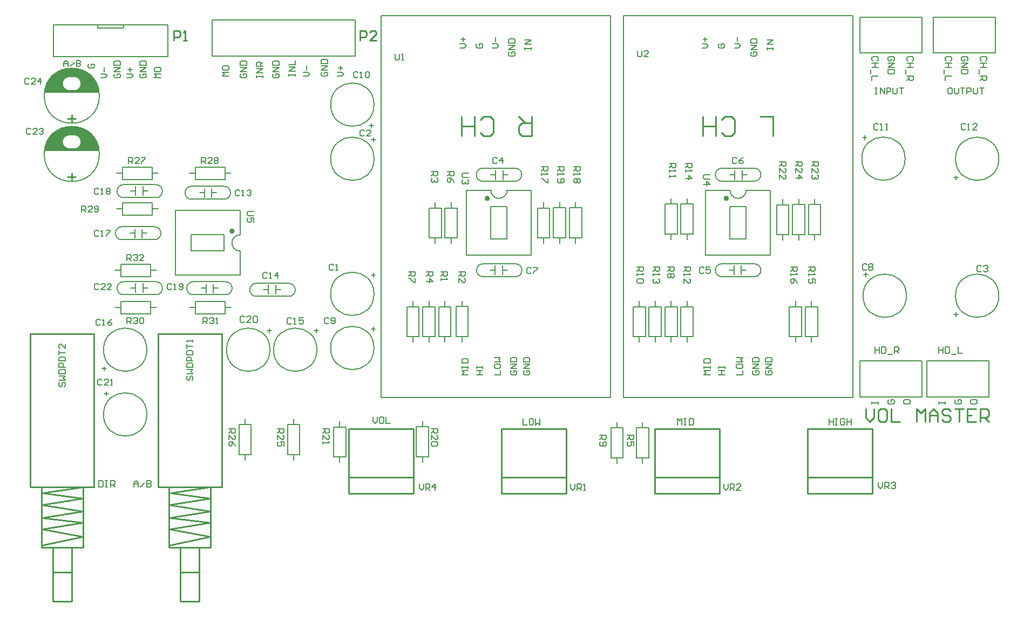
<source format=gto>
G04 Layer_Color=65535*
%FSLAX44Y44*%
%MOMM*%
G71*
G01*
G75*
%ADD32C,0.1778*%
%ADD33C,0.2000*%
%ADD34C,0.3810*%
%ADD35C,0.2540*%
%ADD36C,0.1500*%
%ADD37C,0.1270*%
G36*
X-464820Y520700D02*
X-454660Y513080D01*
X-447040Y502920D01*
X-441960Y488950D01*
X-477520D01*
Y490160D01*
X-476324Y490398D01*
X-475309Y491076D01*
X-472440Y494030D01*
X-472387Y493977D01*
X-470997Y495789D01*
X-470123Y497898D01*
X-469825Y500162D01*
X-469900Y503664D01*
X-469815D01*
X-470152Y505356D01*
X-471110Y506790D01*
X-471110Y506730D01*
X-471348Y507926D01*
X-472025Y508941D01*
X-474980Y511810D01*
X-474920Y511870D01*
X-476354Y512828D01*
X-478046Y513165D01*
X-490964Y513080D01*
Y513165D01*
X-492656Y512828D01*
X-494090Y511870D01*
X-495300Y510540D01*
Y510600D01*
X-496496Y510362D01*
X-497510Y509684D01*
X-499110Y508000D01*
X-499170Y508060D01*
X-500128Y506626D01*
X-500465Y504934D01*
X-500380Y497840D01*
X-491490Y488950D01*
X-528320D01*
X-527050Y494030D01*
X-521970Y505460D01*
X-514350Y514350D01*
X-502920Y521970D01*
X-490220Y525780D01*
X-480060D01*
X-464820Y520700D01*
D02*
G37*
G36*
Y612140D02*
X-454660Y604520D01*
X-447040Y594360D01*
X-441960Y580390D01*
X-477520D01*
Y581600D01*
X-476324Y581838D01*
X-475309Y582515D01*
X-472440Y585470D01*
X-472387Y585417D01*
X-470997Y587229D01*
X-470123Y589338D01*
X-469825Y591602D01*
X-469900Y595104D01*
X-469815D01*
X-470152Y596796D01*
X-471110Y598230D01*
X-471110Y598170D01*
X-471348Y599366D01*
X-472025Y600381D01*
X-474980Y603250D01*
X-474920Y603310D01*
X-476354Y604268D01*
X-478046Y604605D01*
X-490964Y604520D01*
Y604605D01*
X-492656Y604268D01*
X-494090Y603310D01*
X-495300Y601980D01*
Y602040D01*
X-496496Y601802D01*
X-497510Y601124D01*
X-499110Y599440D01*
X-499170Y599500D01*
X-500128Y598066D01*
X-500465Y596374D01*
X-500380Y589280D01*
X-491490Y580390D01*
X-528320D01*
X-527050Y585470D01*
X-521970Y596900D01*
X-514350Y605790D01*
X-502920Y613410D01*
X-490220Y617220D01*
X-480060D01*
X-464820Y612140D01*
D02*
G37*
D32*
X159600Y460160D02*
G03*
X159600Y439840I0J-10160D01*
G01*
X210400D02*
G03*
X210400Y460160I0J10160D01*
G01*
X172312Y425896D02*
G03*
X197700Y425800I12693J-430D01*
G01*
X547312Y425896D02*
G03*
X572700Y425800I12693J-430D01*
G01*
X160000Y310160D02*
G03*
X160000Y289840I0J-10160D01*
G01*
X210800D02*
G03*
X210800Y310160I0J10160D01*
G01*
X585400Y439840D02*
G03*
X585400Y460160I0J10160D01*
G01*
X534600D02*
G03*
X534600Y439840I0J-10160D01*
G01*
Y310160D02*
G03*
X534600Y289840I0J-10160D01*
G01*
X585400D02*
G03*
X585400Y310160I0J10160D01*
G01*
X-403860Y281940D02*
G03*
X-403860Y261620I0J-10160D01*
G01*
X-353060D02*
G03*
X-353060Y281940I0J10160D01*
G01*
X-243840Y261620D02*
G03*
X-243840Y281940I0J10160D01*
G01*
X-294640D02*
G03*
X-294640Y261620I0J-10160D01*
G01*
X-403860Y434340D02*
G03*
X-403860Y414020I0J-10160D01*
G01*
X-353060D02*
G03*
X-353060Y434340I0J10160D01*
G01*
X-355600Y347980D02*
G03*
X-355600Y368300I0J10160D01*
G01*
X-406400D02*
G03*
X-406400Y347980I0J-10160D01*
G01*
X-220884Y355588D02*
G03*
X-220980Y330200I-430J-12693D01*
G01*
X-195580Y279400D02*
G03*
X-195580Y259080I0J-10160D01*
G01*
X-144780D02*
G03*
X-144780Y279400I0J10160D01*
G01*
X-246380Y411480D02*
G03*
X-246380Y431800I0J10160D01*
G01*
X-297180D02*
G03*
X-297180Y411480I0J-10160D01*
G01*
X-441960Y574040D02*
G03*
X-441960Y574040I-43180J0D01*
G01*
Y482600D02*
G03*
X-441960Y482600I-43180J0D01*
G01*
X172300Y450000D02*
X179920D01*
X191350D02*
X198970D01*
X179920Y442380D02*
Y456350D01*
X191350Y442380D02*
Y456350D01*
X159600Y460160D02*
X210400D01*
X159600Y439840D02*
X210400D01*
X245348Y397818D02*
X264652D01*
X245348Y350828D02*
X264652D01*
X245348D02*
Y397818D01*
X255000Y342192D02*
Y350828D01*
X264652D02*
Y397818D01*
X255000D02*
Y406708D01*
X295348Y351082D02*
X314652D01*
X295348Y398072D02*
X314652D01*
Y351082D02*
Y398072D01*
X305000D02*
Y406708D01*
X295348Y351082D02*
Y398072D01*
X305000Y342192D02*
Y351082D01*
X270348D02*
X289652D01*
X270348Y398072D02*
X289652D01*
Y351082D02*
Y398072D01*
X280000D02*
Y406708D01*
X270348Y351082D02*
Y398072D01*
X280000Y342192D02*
Y351082D01*
X55348Y7182D02*
X74652D01*
X55348Y54172D02*
X74652D01*
Y7182D02*
Y54172D01*
X65000D02*
Y62808D01*
X55348Y7182D02*
Y54172D01*
X65000Y-1708D02*
Y7182D01*
X-74652Y53918D02*
X-55348D01*
X-74652Y6928D02*
X-55348D01*
X-74652D02*
Y53918D01*
X-65000Y-1708D02*
Y6928D01*
X-55348D02*
Y53918D01*
X-65000D02*
Y62808D01*
X620348Y402818D02*
X639652D01*
X620348Y355828D02*
X639652D01*
X620348D02*
Y402818D01*
X630000Y347192D02*
Y355828D01*
X639652D02*
Y402818D01*
X630000D02*
Y411708D01*
X670348Y356082D02*
X689652D01*
X670348Y403072D02*
X689652D01*
Y356082D02*
Y403072D01*
X680000D02*
Y411708D01*
X670348Y356082D02*
Y403072D01*
X680000Y347192D02*
Y356082D01*
X645348D02*
X664652D01*
X645348Y403072D02*
X664652D01*
Y356082D02*
Y403072D01*
X655000D02*
Y411708D01*
X645348Y356082D02*
Y403072D01*
X655000Y347192D02*
Y356082D01*
X134200Y425800D02*
X172300D01*
X197954D02*
X235800D01*
X134200Y324200D02*
Y425800D01*
Y324200D02*
X235800D01*
Y425800D01*
X172300Y349092D02*
X197700D01*
X172300D02*
Y400146D01*
X197700D01*
Y349092D02*
Y400146D01*
X509200Y425800D02*
X547300D01*
X572954D02*
X610800D01*
X509200Y324200D02*
Y425800D01*
Y324200D02*
X610800D01*
Y425800D01*
X547300Y349092D02*
X572700D01*
X547300D02*
Y400146D01*
X572700D01*
Y349092D02*
Y400146D01*
X160000Y310160D02*
X210800D01*
X160000Y289840D02*
X210800D01*
X179050Y293650D02*
Y307620D01*
X190480Y293650D02*
Y307620D01*
X171430Y300000D02*
X179050D01*
X190480D02*
X198100D01*
X534600Y439840D02*
X585400D01*
X534600Y460160D02*
X585400D01*
X566350Y442380D02*
Y456350D01*
X554920Y442380D02*
Y456350D01*
X566350Y450000D02*
X573970D01*
X547300D02*
X554920D01*
X100000Y242818D02*
Y251708D01*
X109652Y195828D02*
Y242818D01*
X100000Y187192D02*
Y195828D01*
X90348D02*
Y242818D01*
Y195828D02*
X109652D01*
X90348Y242818D02*
X109652D01*
X127000Y243078D02*
Y251968D01*
X136652Y196088D02*
Y243078D01*
X127000Y187452D02*
Y196088D01*
X117348D02*
Y243078D01*
Y196088D02*
X136652D01*
X117348Y243078D02*
X136652D01*
X85000Y397818D02*
Y406708D01*
X94652Y350828D02*
Y397818D01*
X85000Y342192D02*
Y350828D01*
X75348D02*
Y397818D01*
Y350828D02*
X94652D01*
X75348Y397818D02*
X94652D01*
X75000Y242818D02*
Y251708D01*
X84652Y195828D02*
Y242818D01*
X75000Y187192D02*
Y195828D01*
X65348D02*
Y242818D01*
Y195828D02*
X84652D01*
X65348Y242818D02*
X84652D01*
X410000Y52818D02*
Y61708D01*
X419652Y5828D02*
Y52818D01*
X410000Y-2808D02*
Y5828D01*
X400348D02*
Y52818D01*
Y5828D02*
X419652D01*
X400348Y52818D02*
X419652D01*
X110000Y397818D02*
Y406708D01*
X119652Y350828D02*
Y397818D01*
X110000Y342192D02*
Y350828D01*
X100348D02*
Y397818D01*
Y350828D02*
X119652D01*
X100348Y397818D02*
X119652D01*
X50000Y242818D02*
Y251708D01*
X59652Y195828D02*
Y242818D01*
X50000Y187192D02*
Y195828D01*
X40348D02*
Y242818D01*
Y195828D02*
X59652D01*
X40348Y242818D02*
X59652D01*
X455000D02*
Y251708D01*
X464652Y195828D02*
Y242818D01*
X455000Y187192D02*
Y195828D01*
X445348D02*
Y242818D01*
Y195828D02*
X464652D01*
X445348Y242818D02*
X464652D01*
X370000Y52818D02*
Y61708D01*
X379652Y5828D02*
Y52818D01*
X370000Y-2808D02*
Y5828D01*
X360348D02*
Y52818D01*
Y5828D02*
X379652D01*
X360348Y52818D02*
X379652D01*
X405000Y242818D02*
Y251708D01*
X414652Y195828D02*
Y242818D01*
X405000Y187192D02*
Y195828D01*
X395348D02*
Y242818D01*
Y195828D02*
X414652D01*
X395348Y242818D02*
X414652D01*
X455000Y403918D02*
Y412808D01*
X464652Y356928D02*
Y403918D01*
X455000Y348292D02*
Y356928D01*
X445348D02*
Y403918D01*
Y356928D02*
X464652D01*
X445348Y403918D02*
X464652D01*
X480000Y242818D02*
Y251708D01*
X489652Y195828D02*
Y242818D01*
X480000Y187192D02*
Y195828D01*
X470348D02*
Y242818D01*
Y195828D02*
X489652D01*
X470348Y242818D02*
X489652D01*
X430000D02*
Y251708D01*
X439652Y195828D02*
Y242818D01*
X430000Y187192D02*
Y195828D01*
X420348D02*
Y242818D01*
Y195828D02*
X439652D01*
X420348Y242818D02*
X439652D01*
X480000Y403918D02*
Y412808D01*
X489652Y356928D02*
Y403918D01*
X480000Y348292D02*
Y356928D01*
X470348D02*
Y403918D01*
Y356928D02*
X489652D01*
X470348Y403918D02*
X489652D01*
X675000Y242818D02*
Y251708D01*
X684652Y195828D02*
Y242818D01*
X675000Y187192D02*
Y195828D01*
X665348D02*
Y242818D01*
Y195828D02*
X684652D01*
X665348Y242818D02*
X684652D01*
X650000D02*
Y251708D01*
X659652Y195828D02*
Y242818D01*
X650000Y187192D02*
Y195828D01*
X640348D02*
Y242818D01*
Y195828D02*
X659652D01*
X640348Y242818D02*
X659652D01*
X534600Y310160D02*
X585400D01*
X534600Y289840D02*
X585400D01*
X553650Y293650D02*
Y307620D01*
X565080Y293650D02*
Y307620D01*
X546030Y300000D02*
X553650D01*
X565080D02*
X572700D01*
X-223012Y57658D02*
X-203708D01*
X-223012Y10668D02*
X-203708D01*
X-223012D02*
Y57658D01*
X-213360Y2032D02*
Y10668D01*
X-203708D02*
Y57658D01*
X-213360D02*
Y66548D01*
X-146812Y57658D02*
X-127508D01*
X-146812Y10668D02*
X-127508D01*
X-146812D02*
Y57658D01*
X-137160Y2032D02*
Y10668D01*
X-127508D02*
Y57658D01*
X-137160D02*
Y66548D01*
X-403860Y281940D02*
X-353060D01*
X-403860Y261620D02*
X-353060D01*
X-384810Y265430D02*
Y279400D01*
X-373380Y265430D02*
Y279400D01*
X-392430Y271780D02*
X-384810D01*
X-373380D02*
X-365760D01*
X-417068Y299720D02*
X-408178D01*
Y309372D02*
X-361188D01*
Y299720D02*
X-352552D01*
X-408178Y290068D02*
X-361188D01*
Y309372D01*
X-408178Y290068D02*
Y309372D01*
X-417068Y241300D02*
X-408178D01*
Y250952D02*
X-361188D01*
Y241300D02*
X-352552D01*
X-408178Y231648D02*
X-361188D01*
Y250952D01*
X-408178Y231648D02*
Y250952D01*
X-244602Y241300D02*
X-235712D01*
X-291592Y231648D02*
X-244602D01*
X-300228Y241300D02*
X-291592D01*
Y250952D02*
X-244602D01*
X-291592Y231648D02*
Y250952D01*
X-244602Y231648D02*
Y250952D01*
X-294640Y261620D02*
X-243840D01*
X-294640Y281940D02*
X-243840D01*
X-262890Y264160D02*
Y278130D01*
X-274320Y264160D02*
Y278130D01*
X-262890Y271780D02*
X-255270D01*
X-281940D02*
X-274320D01*
X-403860Y434340D02*
X-353060D01*
X-403860Y414020D02*
X-353060D01*
X-384810Y417830D02*
Y431800D01*
X-373380Y417830D02*
Y431800D01*
X-392430Y424180D02*
X-384810D01*
X-373380D02*
X-365760D01*
X-414528Y396240D02*
X-405638D01*
Y405892D02*
X-358648D01*
Y396240D02*
X-350012D01*
X-405638Y386588D02*
X-358648D01*
Y405892D01*
X-405638Y386588D02*
Y405892D01*
X-406400Y347980D02*
X-355600D01*
X-406400Y368300D02*
X-355600D01*
X-374650Y350520D02*
Y364490D01*
X-386080Y350520D02*
Y364490D01*
X-374650Y358140D02*
X-367030D01*
X-393700D02*
X-386080D01*
X-220980Y355600D02*
Y393700D01*
Y292100D02*
Y329946D01*
X-322580Y393700D02*
X-220980D01*
X-322580Y292100D02*
Y393700D01*
Y292100D02*
X-220980D01*
X-297688Y330200D02*
Y355600D01*
X-246634D01*
Y330200D02*
Y355600D01*
X-297688Y330200D02*
X-246634D01*
X-414528Y452120D02*
X-405638D01*
Y461772D02*
X-358648D01*
Y452120D02*
X-350012D01*
X-405638Y442468D02*
X-358648D01*
Y461772D01*
X-405638Y442468D02*
Y461772D01*
X-244602Y452120D02*
X-235712D01*
X-291592Y442468D02*
X-244602D01*
X-300228Y452120D02*
X-291592D01*
Y461772D02*
X-244602D01*
X-291592Y442468D02*
Y461772D01*
X-244602Y442468D02*
Y461772D01*
X-195580Y279400D02*
X-144780D01*
X-195580Y259080D02*
X-144780D01*
X-176530Y262890D02*
Y276860D01*
X-165100Y262890D02*
Y276860D01*
X-184150Y269240D02*
X-176530D01*
X-165100D02*
X-157480D01*
X-297180Y411480D02*
X-246380D01*
X-297180Y431800D02*
X-246380D01*
X-265430Y414020D02*
Y427990D01*
X-276860Y414020D02*
Y427990D01*
X-265430Y421640D02*
X-257810D01*
X-284480D02*
X-276860D01*
D33*
X-11000Y475000D02*
G03*
X-11000Y475000I-34000J0D01*
G01*
X-11127Y262982D02*
G03*
X-11127Y262982I-34000J0D01*
G01*
X824000Y260000D02*
G03*
X824000Y260000I-34000J0D01*
G01*
X-11127Y177982D02*
G03*
X-11127Y177982I-34000J0D01*
G01*
X-11000Y560000D02*
G03*
X-11000Y560000I-34000J0D01*
G01*
X821982Y475127D02*
G03*
X821982Y475127I-34000J0D01*
G01*
X969000Y475000D02*
G03*
X969000Y475000I-34000J0D01*
G01*
Y260000D02*
G03*
X969000Y260000I-34000J0D01*
G01*
X-367320Y73660D02*
G03*
X-367320Y73660I-34000J0D01*
G01*
X-174280Y175260D02*
G03*
X-174280Y175260I-34000J0D01*
G01*
X-367320D02*
G03*
X-367320Y175260I-34000J0D01*
G01*
X-100620D02*
G03*
X-100620Y175260I-34000J0D01*
G01*
X0Y100000D02*
X360000D01*
X0D02*
Y700000D01*
X360000D01*
Y100000D02*
Y700000D01*
X740000Y100000D02*
Y700000D01*
X380000D02*
X740000D01*
X380000Y100000D02*
Y700000D01*
Y100000D02*
X740000D01*
X-264922Y692912D02*
X-40640D01*
Y636270D02*
Y692912D01*
X-264922Y636270D02*
X-40640D01*
X-264922D02*
Y692912D01*
X855978Y100870D02*
Y157512D01*
X953260D01*
Y100870D02*
Y157512D01*
X855978Y100870D02*
X953260D01*
X751378D02*
X848660D01*
Y157512D01*
X751378D02*
X848660D01*
X751378Y100870D02*
Y157512D01*
X750978Y640870D02*
Y697512D01*
X848260D01*
Y640870D02*
Y697512D01*
X750978Y640870D02*
X848260D01*
X866378D02*
X963660D01*
Y697512D01*
X866378D02*
X963660D01*
X866378Y640870D02*
Y697512D01*
D34*
X168490Y412846D02*
G03*
X168490Y412846I-2032J0D01*
G01*
X543490D02*
G03*
X543490Y412846I-2032J0D01*
G01*
X-231902Y361442D02*
G03*
X-231902Y361442I-2032J0D01*
G01*
D35*
X-500380Y593090D02*
G03*
X-488950Y581660I11430J0D01*
G01*
X-482600D02*
G03*
X-469900Y591820I1270J11430D01*
G01*
D02*
G03*
X-480060Y604520I-11430J1270D01*
G01*
X-488950D02*
G03*
X-500380Y593090I0J-11430D01*
G01*
Y501650D02*
G03*
X-488950Y490220I11430J0D01*
G01*
X-482600D02*
G03*
X-469900Y500380I1270J11430D01*
G01*
D02*
G03*
X-480060Y513080I-11430J1270D01*
G01*
X-488950D02*
G03*
X-500380Y501650I0J-11430D01*
G01*
X189200Y50800D02*
X290800D01*
Y-50800D02*
Y50800D01*
X189200Y-50800D02*
X290800D01*
X189200D02*
Y50800D01*
Y-25400D02*
X290800D01*
X189200D02*
Y-22860D01*
X429200Y-25400D02*
Y-22860D01*
Y-25400D02*
X530800D01*
X429200Y-50800D02*
Y50800D01*
Y-50800D02*
X530800D01*
Y50800D01*
X429200D02*
X530800D01*
X669200D02*
X770800D01*
Y-50800D02*
Y50800D01*
X669200Y-50800D02*
X770800D01*
X669200D02*
Y50800D01*
Y-25400D02*
X770800D01*
X669200D02*
Y-22860D01*
X-50800Y-25400D02*
Y-22860D01*
Y-25400D02*
X50800D01*
X-50800Y-50800D02*
Y50800D01*
Y-50800D02*
X50800D01*
Y50800D01*
X-50800D02*
X50800D01*
X-513970Y-174000D02*
X-486030D01*
X-531750Y-132090D02*
X-468250Y-118120D01*
X-531750Y-106690D02*
X-468250Y-118120D01*
X-531750Y-106690D02*
X-468250Y-96530D01*
X-531750Y-88910D02*
X-468250Y-96530D01*
X-531750Y-88910D02*
X-468250Y-78750D01*
X-531750Y-68590D02*
X-468250Y-78750D01*
X-531750Y-68590D02*
X-468250Y-58430D01*
X-530480Y-49540D02*
X-468250Y-58430D01*
X-530480Y-49540D02*
X-468250Y-40650D01*
X-515001Y-135001D02*
X-485001D01*
X-515001Y-220002D02*
Y-135001D01*
Y-220002D02*
X-485001D01*
Y-135001D01*
X-532502Y-40000D02*
X-467501D01*
X-532502Y-135001D02*
Y-40000D01*
Y-135001D02*
X-467501D01*
Y-40000D01*
X-550000Y200000D02*
X-450000D01*
X-550000Y-40000D02*
Y200000D01*
Y-40000D02*
X-450000D01*
Y200000D01*
X-250000Y-40000D02*
Y200000D01*
X-350000Y-40000D02*
X-250000D01*
X-350000D02*
Y200000D01*
X-250000D01*
X-267501Y-135001D02*
Y-40000D01*
X-332502Y-135001D02*
X-267501D01*
X-332502D02*
Y-40000D01*
X-267501D01*
X-285001Y-220002D02*
Y-135001D01*
X-315001Y-220002D02*
X-285001D01*
X-315001D02*
Y-135001D01*
X-285001D01*
X-330480Y-49540D02*
X-268250Y-40650D01*
X-330480Y-49540D02*
X-268250Y-58430D01*
X-331750Y-68590D02*
X-268250Y-58430D01*
X-331750Y-68590D02*
X-268250Y-78750D01*
X-331750Y-88910D02*
X-268250Y-78750D01*
X-331750Y-88910D02*
X-268250Y-96530D01*
X-331750Y-106690D02*
X-268250Y-96530D01*
X-331750Y-106690D02*
X-268250Y-118120D01*
X-331750Y-132090D02*
X-268250Y-118120D01*
X-313970Y-174000D02*
X-286030D01*
X-485140Y532130D02*
Y543560D01*
X-491490Y537972D02*
X-478790D01*
X-492760Y581660D02*
X-480060D01*
X-488950Y604520D02*
X-480060D01*
X-491490Y580390D02*
Y581660D01*
X-527050Y580390D02*
X-443230D01*
X-485140Y440690D02*
Y452120D01*
X-491490Y446532D02*
X-478790D01*
X-492760Y490220D02*
X-480060D01*
X-488950Y513080D02*
X-480060D01*
X-491490Y488950D02*
Y490220D01*
X-527050Y488950D02*
X-443230D01*
X-33020Y660400D02*
Y675635D01*
X-25403D01*
X-22863Y673096D01*
Y668018D01*
X-25403Y665478D01*
X-33020D01*
X-7628Y660400D02*
X-17785D01*
X-7628Y670557D01*
Y673096D01*
X-10167Y675635D01*
X-15246D01*
X-17785Y673096D01*
X-325120Y660400D02*
Y675635D01*
X-317502D01*
X-314963Y673096D01*
Y668018D01*
X-317502Y665478D01*
X-325120D01*
X-309885Y660400D02*
X-304807D01*
X-307346D01*
Y675635D01*
X-309885Y673096D01*
X760000Y82494D02*
Y69165D01*
X766665Y62500D01*
X773329Y69165D01*
Y82494D01*
X789990D02*
X783326D01*
X779994Y79161D01*
Y65832D01*
X783326Y62500D01*
X789990D01*
X793323Y65832D01*
Y79161D01*
X789990Y82494D01*
X799987D02*
Y62500D01*
X813316D01*
X839974D02*
Y82494D01*
X846639Y75829D01*
X853303Y82494D01*
Y62500D01*
X859968D02*
Y75829D01*
X866632Y82494D01*
X873297Y75829D01*
Y62500D01*
Y72497D01*
X859968D01*
X893290Y79161D02*
X889958Y82494D01*
X883294D01*
X879961Y79161D01*
Y75829D01*
X883294Y72497D01*
X889958D01*
X893290Y69165D01*
Y65832D01*
X889958Y62500D01*
X883294D01*
X879961Y65832D01*
X899955Y82494D02*
X913284D01*
X906619D01*
Y62500D01*
X933278Y82494D02*
X919949D01*
Y62500D01*
X933278D01*
X919949Y72497D02*
X926613D01*
X939942Y62500D02*
Y82494D01*
X949939D01*
X953271Y79161D01*
Y72497D01*
X949939Y69165D01*
X939942D01*
X946607D02*
X953271Y62500D01*
X614680Y511030D02*
Y541020D01*
X594687D01*
X534706Y516028D02*
X539704Y511030D01*
X549701D01*
X554699Y516028D01*
Y536022D01*
X549701Y541020D01*
X539704D01*
X534706Y536022D01*
X524709Y511030D02*
Y541020D01*
Y526025D01*
X504716D01*
Y511030D01*
Y541020D01*
X236220D02*
Y511030D01*
X221225D01*
X216227Y516028D01*
Y526025D01*
X221225Y531023D01*
X236220D01*
X226223D02*
X216227Y541020D01*
X156246Y516028D02*
X161244Y511030D01*
X171241D01*
X176239Y516028D01*
Y536022D01*
X171241Y541020D01*
X161244D01*
X156246Y536022D01*
X146249Y511030D02*
Y541020D01*
Y526025D01*
X126256D01*
Y511030D01*
Y541020D01*
D36*
X-514180Y635480D02*
Y685480D01*
Y635480D02*
X-334180D01*
Y665480D02*
Y685480D01*
Y635480D02*
Y665480D01*
X-514180Y685480D02*
X-334180D01*
X-404180Y680480D02*
Y685480D01*
X-444180Y680480D02*
X-404180D01*
X-444180D02*
Y685480D01*
D37*
X-238760Y50800D02*
X-228763D01*
Y45802D01*
X-230429Y44135D01*
X-233762D01*
X-235428Y45802D01*
Y50800D01*
Y47468D02*
X-238760Y44135D01*
Y34139D02*
Y40803D01*
X-232096Y34139D01*
X-230429D01*
X-228763Y35805D01*
Y39137D01*
X-230429Y40803D01*
X-228763Y24142D02*
X-230429Y27474D01*
X-233762Y30806D01*
X-237094D01*
X-238760Y29140D01*
Y25808D01*
X-237094Y24142D01*
X-235428D01*
X-233762Y25808D01*
Y30806D01*
X-162560Y50800D02*
X-152563D01*
Y45802D01*
X-154229Y44135D01*
X-157562D01*
X-159228Y45802D01*
Y50800D01*
Y47468D02*
X-162560Y44135D01*
Y34139D02*
Y40803D01*
X-155896Y34139D01*
X-154229D01*
X-152563Y35805D01*
Y39137D01*
X-154229Y40803D01*
X-152563Y24142D02*
Y30806D01*
X-157562D01*
X-155896Y27474D01*
Y25808D01*
X-157562Y24142D01*
X-160894D01*
X-162560Y25808D01*
Y29140D01*
X-160894Y30806D01*
X893998Y586577D02*
X890666D01*
X889000Y584911D01*
Y578246D01*
X890666Y576580D01*
X893998D01*
X895665Y578246D01*
Y584911D01*
X893998Y586577D01*
X898997D02*
Y578246D01*
X900663Y576580D01*
X903995D01*
X905661Y578246D01*
Y586577D01*
X908994D02*
X915658D01*
X912326D01*
Y576580D01*
X918990D02*
Y586577D01*
X923989D01*
X925655Y584911D01*
Y581578D01*
X923989Y579912D01*
X918990D01*
X928987Y586577D02*
Y578246D01*
X930653Y576580D01*
X933986D01*
X935652Y578246D01*
Y586577D01*
X938984D02*
X945648D01*
X942316D01*
Y576580D01*
X916665Y528331D02*
X914998Y529997D01*
X911666D01*
X910000Y528331D01*
Y521666D01*
X911666Y520000D01*
X914998D01*
X916665Y521666D01*
X919997Y520000D02*
X923329D01*
X921663D01*
Y529997D01*
X919997Y528331D01*
X934992Y520000D02*
X928327D01*
X934992Y526665D01*
Y528331D01*
X933326Y529997D01*
X929994D01*
X928327Y528331D01*
X941665Y305831D02*
X939998Y307497D01*
X936666D01*
X935000Y305831D01*
Y299166D01*
X936666Y297500D01*
X939998D01*
X941665Y299166D01*
X944997Y305831D02*
X946663Y307497D01*
X949995D01*
X951661Y305831D01*
Y304165D01*
X949995Y302498D01*
X948329D01*
X949995D01*
X951661Y300832D01*
Y299166D01*
X949995Y297500D01*
X946663D01*
X944997Y299166D01*
X774700Y586577D02*
X778032D01*
X776366D01*
Y576580D01*
X774700D01*
X778032D01*
X783031D02*
Y586577D01*
X789695Y576580D01*
Y586577D01*
X793027Y576580D02*
Y586577D01*
X798026D01*
X799692Y584911D01*
Y581578D01*
X798026Y579912D01*
X793027D01*
X803024Y586577D02*
Y578246D01*
X804690Y576580D01*
X808023D01*
X809689Y578246D01*
Y586577D01*
X813021D02*
X819686D01*
X816353D01*
Y576580D01*
X-503331Y124164D02*
X-504997Y122498D01*
Y119166D01*
X-503331Y117500D01*
X-501665D01*
X-499998Y119166D01*
Y122498D01*
X-498332Y124164D01*
X-496666D01*
X-495000Y122498D01*
Y119166D01*
X-496666Y117500D01*
X-504997Y127497D02*
X-495000D01*
X-498332Y130829D01*
X-495000Y134161D01*
X-504997D01*
Y137494D02*
X-495000D01*
Y142492D01*
X-496666Y144158D01*
X-503331D01*
X-504997Y142492D01*
Y137494D01*
X-495000Y147490D02*
X-504997D01*
Y152489D01*
X-503331Y154155D01*
X-499998D01*
X-498332Y152489D01*
Y147490D01*
X-504997Y157487D02*
X-495000D01*
Y162486D01*
X-496666Y164152D01*
X-503331D01*
X-504997Y162486D01*
Y157487D01*
Y167484D02*
Y174148D01*
Y170816D01*
X-495000D01*
Y184145D02*
Y177481D01*
X-501665Y184145D01*
X-503331D01*
X-504997Y182479D01*
Y179147D01*
X-503331Y177481D01*
X-303331Y134164D02*
X-304997Y132498D01*
Y129166D01*
X-303331Y127500D01*
X-301665D01*
X-299998Y129166D01*
Y132498D01*
X-298332Y134164D01*
X-296666D01*
X-295000Y132498D01*
Y129166D01*
X-296666Y127500D01*
X-304997Y137497D02*
X-295000D01*
X-298332Y140829D01*
X-295000Y144161D01*
X-304997D01*
Y147494D02*
X-295000D01*
Y152492D01*
X-296666Y154158D01*
X-303331D01*
X-304997Y152492D01*
Y147494D01*
X-295000Y157490D02*
X-304997D01*
Y162489D01*
X-303331Y164155D01*
X-299998D01*
X-298332Y162489D01*
Y157490D01*
X-304997Y167487D02*
X-295000D01*
Y172486D01*
X-296666Y174152D01*
X-303331D01*
X-304997Y172486D01*
Y167487D01*
Y177484D02*
Y184148D01*
Y180816D01*
X-295000D01*
Y187481D02*
Y190813D01*
Y189147D01*
X-304997D01*
X-303331Y187481D01*
X650240Y469900D02*
X660237D01*
Y464902D01*
X658571Y463236D01*
X655238D01*
X653572Y464902D01*
Y469900D01*
Y466568D02*
X650240Y463236D01*
Y453239D02*
Y459903D01*
X656905Y453239D01*
X658571D01*
X660237Y454905D01*
Y458237D01*
X658571Y459903D01*
X650240Y444908D02*
X660237D01*
X655238Y449906D01*
Y443242D01*
X675640Y469900D02*
X685637D01*
Y464902D01*
X683971Y463236D01*
X680638D01*
X678972Y464902D01*
Y469900D01*
Y466568D02*
X675640Y463236D01*
Y453239D02*
Y459903D01*
X682305Y453239D01*
X683971D01*
X685637Y454905D01*
Y458237D01*
X683971Y459903D01*
Y449906D02*
X685637Y448240D01*
Y444908D01*
X683971Y443242D01*
X682305D01*
X680638Y444908D01*
Y446574D01*
Y444908D01*
X678972Y443242D01*
X677306D01*
X675640Y444908D01*
Y448240D01*
X677306Y449906D01*
X624840Y469900D02*
X634837D01*
Y464902D01*
X633171Y463236D01*
X629838D01*
X628172Y464902D01*
Y469900D01*
Y466568D02*
X624840Y463236D01*
Y453239D02*
Y459903D01*
X631505Y453239D01*
X633171D01*
X634837Y454905D01*
Y458237D01*
X633171Y459903D01*
X624840Y443242D02*
Y449906D01*
X631505Y443242D01*
X633171D01*
X634837Y444908D01*
Y448240D01*
X633171Y449906D01*
X-91440Y50800D02*
X-81443D01*
Y45802D01*
X-83109Y44135D01*
X-86442D01*
X-88108Y45802D01*
Y50800D01*
Y47468D02*
X-91440Y44135D01*
Y34139D02*
Y40803D01*
X-84775Y34139D01*
X-83109D01*
X-81443Y35805D01*
Y39137D01*
X-83109Y40803D01*
X-91440Y30806D02*
Y27474D01*
Y29140D01*
X-81443D01*
X-83109Y30806D01*
X78740Y50800D02*
X88737D01*
Y45802D01*
X87071Y44135D01*
X83738D01*
X82072Y45802D01*
Y50800D01*
Y47468D02*
X78740Y44135D01*
Y34139D02*
Y40803D01*
X85405Y34139D01*
X87071D01*
X88737Y35805D01*
Y39137D01*
X87071Y40803D01*
Y30806D02*
X88737Y29140D01*
Y25808D01*
X87071Y24142D01*
X80406D01*
X78740Y25808D01*
Y29140D01*
X80406Y30806D01*
X87071D01*
X276860Y462280D02*
X286857D01*
Y457282D01*
X285191Y455616D01*
X281858D01*
X280192Y457282D01*
Y462280D01*
Y458948D02*
X276860Y455616D01*
Y452283D02*
Y448951D01*
Y450617D01*
X286857D01*
X285191Y452283D01*
X278526Y443953D02*
X276860Y442286D01*
Y438954D01*
X278526Y437288D01*
X285191D01*
X286857Y438954D01*
Y442286D01*
X285191Y443953D01*
X283524D01*
X281858Y442286D01*
Y437288D01*
X302260Y462280D02*
X312257D01*
Y457282D01*
X310591Y455616D01*
X307258D01*
X305592Y457282D01*
Y462280D01*
Y458948D02*
X302260Y455616D01*
Y452283D02*
Y448951D01*
Y450617D01*
X312257D01*
X310591Y452283D01*
Y443953D02*
X312257Y442286D01*
Y438954D01*
X310591Y437288D01*
X308925D01*
X307258Y438954D01*
X305592Y437288D01*
X303926D01*
X302260Y438954D01*
Y442286D01*
X303926Y443953D01*
X305592D01*
X307258Y442286D01*
X308925Y443953D01*
X310591D01*
X307258Y442286D02*
Y438954D01*
X251460Y462280D02*
X261457D01*
Y457282D01*
X259791Y455616D01*
X256458D01*
X254792Y457282D01*
Y462280D01*
Y458948D02*
X251460Y455616D01*
Y452283D02*
Y448951D01*
Y450617D01*
X261457D01*
X259791Y452283D01*
X261457Y443953D02*
Y437288D01*
X259791D01*
X253126Y443953D01*
X251460D01*
X779647Y528458D02*
X777980Y530124D01*
X774648D01*
X772982Y528458D01*
Y521793D01*
X774648Y520127D01*
X777980D01*
X779647Y521793D01*
X782979Y520127D02*
X786311D01*
X784645D01*
Y530124D01*
X782979Y528458D01*
X791309Y520127D02*
X794642D01*
X792976D01*
Y530124D01*
X791309Y528458D01*
X-36516Y610311D02*
X-38182Y611977D01*
X-41514D01*
X-43180Y610311D01*
Y603646D01*
X-41514Y601980D01*
X-38182D01*
X-36516Y603646D01*
X-33183Y601980D02*
X-29851D01*
X-31517D01*
Y611977D01*
X-33183Y610311D01*
X-24853D02*
X-23186Y611977D01*
X-19854D01*
X-18188Y610311D01*
Y603646D01*
X-19854Y601980D01*
X-23186D01*
X-24853Y603646D01*
Y610311D01*
X-82235Y224231D02*
X-83902Y225897D01*
X-87234D01*
X-88900Y224231D01*
Y217566D01*
X-87234Y215900D01*
X-83902D01*
X-82235Y217566D01*
X-78903D02*
X-77237Y215900D01*
X-73905D01*
X-72239Y217566D01*
Y224231D01*
X-73905Y225897D01*
X-77237D01*
X-78903Y224231D01*
Y222565D01*
X-77237Y220898D01*
X-72239D01*
X761665Y308331D02*
X759998Y309997D01*
X756666D01*
X755000Y308331D01*
Y301666D01*
X756666Y300000D01*
X759998D01*
X761665Y301666D01*
X764997Y308331D02*
X766663Y309997D01*
X769995D01*
X771661Y308331D01*
Y306665D01*
X769995Y304998D01*
X771661Y303332D01*
Y301666D01*
X769995Y300000D01*
X766663D01*
X764997Y301666D01*
Y303332D01*
X766663Y304998D01*
X764997Y306665D01*
Y308331D01*
X766663Y304998D02*
X769995D01*
X136997Y452120D02*
X128666D01*
X127000Y450454D01*
Y447122D01*
X128666Y445456D01*
X136997D01*
X135331Y442123D02*
X136997Y440457D01*
Y437125D01*
X135331Y435459D01*
X133665D01*
X131998Y437125D01*
Y438791D01*
Y437125D01*
X130332Y435459D01*
X128666D01*
X127000Y437125D01*
Y440457D01*
X128666Y442123D01*
X515457Y449580D02*
X507126D01*
X505460Y447914D01*
Y444582D01*
X507126Y442915D01*
X515457D01*
X505460Y434585D02*
X515457D01*
X510458Y439583D01*
Y432919D01*
X775000Y179997D02*
Y170000D01*
Y174998D01*
X781665D01*
Y179997D01*
Y170000D01*
X784997Y179997D02*
Y170000D01*
X789995D01*
X791661Y171666D01*
Y178331D01*
X789995Y179997D01*
X784997D01*
X794994Y168334D02*
X801658D01*
X804990Y170000D02*
Y179997D01*
X809989D01*
X811655Y178331D01*
Y174998D01*
X809989Y173332D01*
X804990D01*
X808323D02*
X811655Y170000D01*
X875000Y179997D02*
Y170000D01*
Y174998D01*
X881665D01*
Y179997D01*
Y170000D01*
X884997Y179997D02*
Y170000D01*
X889995D01*
X891661Y171666D01*
Y178331D01*
X889995Y179997D01*
X884997D01*
X894994Y168334D02*
X901658D01*
X904990Y179997D02*
Y170000D01*
X911655D01*
X402500Y644997D02*
Y636666D01*
X404166Y635000D01*
X407498D01*
X409165Y636666D01*
Y644997D01*
X419161Y635000D02*
X412497D01*
X419161Y641665D01*
Y643331D01*
X417495Y644997D01*
X414163D01*
X412497Y643331D01*
X22500Y639997D02*
Y631666D01*
X24166Y630000D01*
X27498D01*
X29165Y631666D01*
Y639997D01*
X32497Y630000D02*
X35829D01*
X34163D01*
Y639997D01*
X32497Y638331D01*
X-74616Y308051D02*
X-76282Y309717D01*
X-79614D01*
X-81280Y308051D01*
Y301386D01*
X-79614Y299720D01*
X-76282D01*
X-74616Y301386D01*
X-71283Y299720D02*
X-67951D01*
X-69617D01*
Y309717D01*
X-71283Y308051D01*
X-26356Y518871D02*
X-28022Y520537D01*
X-31354D01*
X-33020Y518871D01*
Y512206D01*
X-31354Y510540D01*
X-28022D01*
X-26356Y512206D01*
X-16359Y510540D02*
X-23023D01*
X-16359Y517205D01*
Y518871D01*
X-18025Y520537D01*
X-21357D01*
X-23023Y518871D01*
X235264Y302971D02*
X233598Y304637D01*
X230266D01*
X228600Y302971D01*
Y296306D01*
X230266Y294640D01*
X233598D01*
X235264Y296306D01*
X238597Y304637D02*
X245261D01*
Y302971D01*
X238597Y296306D01*
Y294640D01*
X557845Y475691D02*
X556178Y477357D01*
X552846D01*
X551180Y475691D01*
Y469026D01*
X552846Y467360D01*
X556178D01*
X557845Y469026D01*
X567841Y477357D02*
X564509Y475691D01*
X561177Y472358D01*
Y469026D01*
X562843Y467360D01*
X566175D01*
X567841Y469026D01*
Y470692D01*
X566175Y472358D01*
X561177D01*
X93980Y297180D02*
X103977D01*
Y292182D01*
X102311Y290515D01*
X98978D01*
X97312Y292182D01*
Y297180D01*
Y293848D02*
X93980Y290515D01*
Y287183D02*
Y283851D01*
Y285517D01*
X103977D01*
X102311Y287183D01*
X121920Y297180D02*
X131917D01*
Y292182D01*
X130251Y290515D01*
X126918D01*
X125252Y292182D01*
Y297180D01*
Y293848D02*
X121920Y290515D01*
Y280519D02*
Y287183D01*
X128584Y280519D01*
X130251D01*
X131917Y282185D01*
Y285517D01*
X130251Y287183D01*
X78740Y454660D02*
X88737D01*
Y449662D01*
X87071Y447995D01*
X83738D01*
X82072Y449662D01*
Y454660D01*
Y451328D02*
X78740Y447995D01*
X87071Y444663D02*
X88737Y442997D01*
Y439665D01*
X87071Y437999D01*
X85405D01*
X83738Y439665D01*
Y441331D01*
Y439665D01*
X82072Y437999D01*
X80406D01*
X78740Y439665D01*
Y442997D01*
X80406Y444663D01*
X71120Y297180D02*
X81117D01*
Y292182D01*
X79451Y290515D01*
X76118D01*
X74452Y292182D01*
Y297180D01*
Y293848D02*
X71120Y290515D01*
Y282185D02*
X81117D01*
X76118Y287183D01*
Y280519D01*
X386080Y40640D02*
X396077D01*
Y35642D01*
X394411Y33976D01*
X391078D01*
X389412Y35642D01*
Y40640D01*
Y37308D02*
X386080Y33976D01*
X396077Y23979D02*
Y30643D01*
X391078D01*
X392744Y27311D01*
Y25645D01*
X391078Y23979D01*
X387746D01*
X386080Y25645D01*
Y28977D01*
X387746Y30643D01*
X104140Y454660D02*
X114137D01*
Y449662D01*
X112471Y447995D01*
X109138D01*
X107472Y449662D01*
Y454660D01*
Y451328D02*
X104140Y447995D01*
X114137Y437999D02*
X112471Y441331D01*
X109138Y444663D01*
X105806D01*
X104140Y442997D01*
Y439665D01*
X105806Y437999D01*
X107472D01*
X109138Y439665D01*
Y444663D01*
X43180Y297180D02*
X53177D01*
Y292182D01*
X51511Y290515D01*
X48178D01*
X46512Y292182D01*
Y297180D01*
Y293848D02*
X43180Y290515D01*
X53177Y287183D02*
Y280519D01*
X51511D01*
X44846Y287183D01*
X43180D01*
X449580Y304800D02*
X459577D01*
Y299802D01*
X457911Y298136D01*
X454578D01*
X452912Y299802D01*
Y304800D01*
Y301468D02*
X449580Y298136D01*
X457911Y294803D02*
X459577Y293137D01*
Y289805D01*
X457911Y288139D01*
X456245D01*
X454578Y289805D01*
X452912Y288139D01*
X451246D01*
X449580Y289805D01*
Y293137D01*
X451246Y294803D01*
X452912D01*
X454578Y293137D01*
X456245Y294803D01*
X457911D01*
X454578Y293137D02*
Y289805D01*
X342900Y40640D02*
X352897D01*
Y35642D01*
X351231Y33976D01*
X347898D01*
X346232Y35642D01*
Y40640D01*
Y37308D02*
X342900Y33976D01*
X344566Y30643D02*
X342900Y28977D01*
Y25645D01*
X344566Y23979D01*
X351231D01*
X352897Y25645D01*
Y28977D01*
X351231Y30643D01*
X349565D01*
X347898Y28977D01*
Y23979D01*
X401320Y304800D02*
X411317D01*
Y299802D01*
X409651Y298136D01*
X406318D01*
X404652Y299802D01*
Y304800D01*
Y301468D02*
X401320Y298136D01*
Y294803D02*
Y291471D01*
Y293137D01*
X411317D01*
X409651Y294803D01*
Y286473D02*
X411317Y284806D01*
Y281474D01*
X409651Y279808D01*
X402986D01*
X401320Y281474D01*
Y284806D01*
X402986Y286473D01*
X409651D01*
X452120Y467360D02*
X462117D01*
Y462362D01*
X460451Y460695D01*
X457118D01*
X455452Y462362D01*
Y467360D01*
Y464028D02*
X452120Y460695D01*
Y457363D02*
Y454031D01*
Y455697D01*
X462117D01*
X460451Y457363D01*
X452120Y449033D02*
Y445700D01*
Y447366D01*
X462117D01*
X460451Y449033D01*
X474980Y304800D02*
X484977D01*
Y299802D01*
X483311Y298136D01*
X479978D01*
X478312Y299802D01*
Y304800D01*
Y301468D02*
X474980Y298136D01*
Y294803D02*
Y291471D01*
Y293137D01*
X484977D01*
X483311Y294803D01*
X474980Y279808D02*
Y286473D01*
X481645Y279808D01*
X483311D01*
X484977Y281474D01*
Y284806D01*
X483311Y286473D01*
X426720Y304800D02*
X436717D01*
Y299802D01*
X435051Y298136D01*
X431718D01*
X430052Y299802D01*
Y304800D01*
Y301468D02*
X426720Y298136D01*
Y294803D02*
Y291471D01*
Y293137D01*
X436717D01*
X435051Y294803D01*
Y286473D02*
X436717Y284806D01*
Y281474D01*
X435051Y279808D01*
X433385D01*
X431718Y281474D01*
Y283140D01*
Y281474D01*
X430052Y279808D01*
X428386D01*
X426720Y281474D01*
Y284806D01*
X428386Y286473D01*
X477520Y467360D02*
X487517D01*
Y462362D01*
X485851Y460695D01*
X482518D01*
X480852Y462362D01*
Y467360D01*
Y464028D02*
X477520Y460695D01*
Y457363D02*
Y454031D01*
Y455697D01*
X487517D01*
X485851Y457363D01*
X477520Y444034D02*
X487517D01*
X482518Y449033D01*
Y442368D01*
X670560Y304800D02*
X680557D01*
Y299802D01*
X678891Y298136D01*
X675558D01*
X673892Y299802D01*
Y304800D01*
Y301468D02*
X670560Y298136D01*
Y294803D02*
Y291471D01*
Y293137D01*
X680557D01*
X678891Y294803D01*
X680557Y279808D02*
Y286473D01*
X675558D01*
X677225Y283140D01*
Y281474D01*
X675558Y279808D01*
X672226D01*
X670560Y281474D01*
Y284806D01*
X672226Y286473D01*
X642620Y304800D02*
X652617D01*
Y299802D01*
X650951Y298136D01*
X647618D01*
X645952Y299802D01*
Y304800D01*
Y301468D02*
X642620Y298136D01*
Y294803D02*
Y291471D01*
Y293137D01*
X652617D01*
X650951Y294803D01*
X652617Y279808D02*
X650951Y283140D01*
X647618Y286473D01*
X644286D01*
X642620Y284806D01*
Y281474D01*
X644286Y279808D01*
X645952D01*
X647618Y281474D01*
Y286473D01*
X297500Y-35003D02*
Y-41668D01*
X300832Y-45000D01*
X304165Y-41668D01*
Y-35003D01*
X307497Y-45000D02*
Y-35003D01*
X312495D01*
X314161Y-36669D01*
Y-40002D01*
X312495Y-41668D01*
X307497D01*
X310829D02*
X314161Y-45000D01*
X317493D02*
X320826D01*
X319160D01*
Y-35003D01*
X317493Y-36669D01*
X537500Y-35003D02*
Y-41668D01*
X540832Y-45000D01*
X544165Y-41668D01*
Y-35003D01*
X547497Y-45000D02*
Y-35003D01*
X552495D01*
X554161Y-36669D01*
Y-40002D01*
X552495Y-41668D01*
X547497D01*
X550829D02*
X554161Y-45000D01*
X564158D02*
X557494D01*
X564158Y-38335D01*
Y-36669D01*
X562492Y-35003D01*
X559160D01*
X557494Y-36669D01*
X780000Y-32503D02*
Y-39168D01*
X783332Y-42500D01*
X786665Y-39168D01*
Y-32503D01*
X789997Y-42500D02*
Y-32503D01*
X794995D01*
X796661Y-34169D01*
Y-37502D01*
X794995Y-39168D01*
X789997D01*
X793329D02*
X796661Y-42500D01*
X799994Y-34169D02*
X801660Y-32503D01*
X804992D01*
X806658Y-34169D01*
Y-35835D01*
X804992Y-37502D01*
X803326D01*
X804992D01*
X806658Y-39168D01*
Y-40834D01*
X804992Y-42500D01*
X801660D01*
X799994Y-40834D01*
X60000Y-35003D02*
Y-41668D01*
X63332Y-45000D01*
X66665Y-41668D01*
Y-35003D01*
X69997Y-45000D02*
Y-35003D01*
X74995D01*
X76661Y-36669D01*
Y-40002D01*
X74995Y-41668D01*
X69997D01*
X73329D02*
X76661Y-45000D01*
X84992D02*
Y-35003D01*
X79994Y-40002D01*
X86658D01*
X181924Y475691D02*
X180258Y477357D01*
X176926D01*
X175260Y475691D01*
Y469026D01*
X176926Y467360D01*
X180258D01*
X181924Y469026D01*
X190255Y467360D02*
Y477357D01*
X185257Y472358D01*
X191921D01*
X506665Y303331D02*
X504998Y304997D01*
X501666D01*
X500000Y303331D01*
Y296666D01*
X501666Y295000D01*
X504998D01*
X506665Y296666D01*
X516661Y304997D02*
X509997D01*
Y299998D01*
X513329Y301665D01*
X514995D01*
X516661Y299998D01*
Y296666D01*
X514995Y295000D01*
X511663D01*
X509997Y296666D01*
X-221936Y424891D02*
X-223602Y426557D01*
X-226934D01*
X-228600Y424891D01*
Y418226D01*
X-226934Y416560D01*
X-223602D01*
X-221936Y418226D01*
X-218603Y416560D02*
X-215271D01*
X-216937D01*
Y426557D01*
X-218603Y424891D01*
X-210273D02*
X-208606Y426557D01*
X-205274D01*
X-203608Y424891D01*
Y423224D01*
X-205274Y421558D01*
X-206940D01*
X-205274D01*
X-203608Y419892D01*
Y418226D01*
X-205274Y416560D01*
X-208606D01*
X-210273Y418226D01*
X-178755Y295351D02*
X-180422Y297017D01*
X-183754D01*
X-185420Y295351D01*
Y288686D01*
X-183754Y287020D01*
X-180422D01*
X-178755Y288686D01*
X-175423Y287020D02*
X-172091D01*
X-173757D01*
Y297017D01*
X-175423Y295351D01*
X-162094Y287020D02*
Y297017D01*
X-167093Y292018D01*
X-160428D01*
X-140456Y223591D02*
X-142122Y225257D01*
X-145454D01*
X-147120Y223591D01*
Y216926D01*
X-145454Y215260D01*
X-142122D01*
X-140456Y216926D01*
X-137123Y215260D02*
X-133791D01*
X-135457D01*
Y225257D01*
X-137123Y223591D01*
X-122128Y225257D02*
X-128793D01*
Y220258D01*
X-125460Y221924D01*
X-123794D01*
X-122128Y220258D01*
Y216926D01*
X-123794Y215260D01*
X-127126D01*
X-128793Y216926D01*
X-440376Y221691D02*
X-442042Y223357D01*
X-445374D01*
X-447040Y221691D01*
Y215026D01*
X-445374Y213360D01*
X-442042D01*
X-440376Y215026D01*
X-437043Y213360D02*
X-433711D01*
X-435377D01*
Y223357D01*
X-437043Y221691D01*
X-422048Y223357D02*
X-425380Y221691D01*
X-428713Y218358D01*
Y215026D01*
X-427046Y213360D01*
X-423714D01*
X-422048Y215026D01*
Y216692D01*
X-423714Y218358D01*
X-428713D01*
X-442915Y361391D02*
X-444582Y363057D01*
X-447914D01*
X-449580Y361391D01*
Y354726D01*
X-447914Y353060D01*
X-444582D01*
X-442915Y354726D01*
X-439583Y353060D02*
X-436251D01*
X-437917D01*
Y363057D01*
X-439583Y361391D01*
X-431253Y363057D02*
X-424588D01*
Y361391D01*
X-431253Y354726D01*
Y353060D01*
X-442915Y427431D02*
X-444582Y429097D01*
X-447914D01*
X-449580Y427431D01*
Y420766D01*
X-447914Y419100D01*
X-444582D01*
X-442915Y420766D01*
X-439583Y419100D02*
X-436251D01*
X-437917D01*
Y429097D01*
X-439583Y427431D01*
X-431253D02*
X-429586Y429097D01*
X-426254D01*
X-424588Y427431D01*
Y425765D01*
X-426254Y424098D01*
X-424588Y422432D01*
Y420766D01*
X-426254Y419100D01*
X-429586D01*
X-431253Y420766D01*
Y422432D01*
X-429586Y424098D01*
X-431253Y425765D01*
Y427431D01*
X-429586Y424098D02*
X-426254D01*
X-328615Y277571D02*
X-330282Y279237D01*
X-333614D01*
X-335280Y277571D01*
Y270906D01*
X-333614Y269240D01*
X-330282D01*
X-328615Y270906D01*
X-325283Y269240D02*
X-321951D01*
X-323617D01*
Y279237D01*
X-325283Y277571D01*
X-316953Y270906D02*
X-315286Y269240D01*
X-311954D01*
X-310288Y270906D01*
Y277571D01*
X-311954Y279237D01*
X-315286D01*
X-316953Y277571D01*
Y275905D01*
X-315286Y274238D01*
X-310288D01*
X-214116Y226091D02*
X-215782Y227757D01*
X-219114D01*
X-220780Y226091D01*
Y219426D01*
X-219114Y217760D01*
X-215782D01*
X-214116Y219426D01*
X-204119Y217760D02*
X-210783D01*
X-204119Y224424D01*
Y226091D01*
X-205785Y227757D01*
X-209117D01*
X-210783Y226091D01*
X-200786D02*
X-199120Y227757D01*
X-195788D01*
X-194122Y226091D01*
Y219426D01*
X-195788Y217760D01*
X-199120D01*
X-200786Y219426D01*
Y226091D01*
X-437836Y127711D02*
X-439502Y129377D01*
X-442834D01*
X-444500Y127711D01*
Y121046D01*
X-442834Y119380D01*
X-439502D01*
X-437836Y121046D01*
X-427839Y119380D02*
X-434503D01*
X-427839Y126045D01*
Y127711D01*
X-429505Y129377D01*
X-432837D01*
X-434503Y127711D01*
X-424506Y119380D02*
X-421174D01*
X-422840D01*
Y129377D01*
X-424506Y127711D01*
X-442915Y277571D02*
X-444582Y279237D01*
X-447914D01*
X-449580Y277571D01*
Y270906D01*
X-447914Y269240D01*
X-444582D01*
X-442915Y270906D01*
X-432919Y269240D02*
X-439583D01*
X-432919Y275905D01*
Y277571D01*
X-434585Y279237D01*
X-437917D01*
X-439583Y277571D01*
X-422922Y269240D02*
X-429586D01*
X-422922Y275905D01*
Y277571D01*
X-424588Y279237D01*
X-427920D01*
X-429586Y277571D01*
X-396240Y467360D02*
Y477357D01*
X-391242D01*
X-389576Y475691D01*
Y472358D01*
X-391242Y470692D01*
X-396240D01*
X-392908D02*
X-389576Y467360D01*
X-379579D02*
X-386243D01*
X-379579Y474025D01*
Y475691D01*
X-381245Y477357D01*
X-384577D01*
X-386243Y475691D01*
X-376246Y477357D02*
X-369582D01*
Y475691D01*
X-376246Y469026D01*
Y467360D01*
X-281940D02*
Y477357D01*
X-276942D01*
X-275275Y475691D01*
Y472358D01*
X-276942Y470692D01*
X-281940D01*
X-278608D02*
X-275275Y467360D01*
X-265279D02*
X-271943D01*
X-265279Y474025D01*
Y475691D01*
X-266945Y477357D01*
X-270277D01*
X-271943Y475691D01*
X-261946D02*
X-260280Y477357D01*
X-256948D01*
X-255282Y475691D01*
Y474025D01*
X-256948Y472358D01*
X-255282Y470692D01*
Y469026D01*
X-256948Y467360D01*
X-260280D01*
X-261946Y469026D01*
Y470692D01*
X-260280Y472358D01*
X-261946Y474025D01*
Y475691D01*
X-260280Y472358D02*
X-256948D01*
X-469900Y391160D02*
Y401157D01*
X-464902D01*
X-463236Y399491D01*
Y396158D01*
X-464902Y394492D01*
X-469900D01*
X-466568D02*
X-463236Y391160D01*
X-453239D02*
X-459903D01*
X-453239Y397825D01*
Y399491D01*
X-454905Y401157D01*
X-458237D01*
X-459903Y399491D01*
X-449906Y392826D02*
X-448240Y391160D01*
X-444908D01*
X-443242Y392826D01*
Y399491D01*
X-444908Y401157D01*
X-448240D01*
X-449906Y399491D01*
Y397825D01*
X-448240Y396158D01*
X-443242D01*
X-398780Y215900D02*
Y225897D01*
X-393782D01*
X-392116Y224231D01*
Y220898D01*
X-393782Y219232D01*
X-398780D01*
X-395448D02*
X-392116Y215900D01*
X-388783Y224231D02*
X-387117Y225897D01*
X-383785D01*
X-382119Y224231D01*
Y222565D01*
X-383785Y220898D01*
X-385451D01*
X-383785D01*
X-382119Y219232D01*
Y217566D01*
X-383785Y215900D01*
X-387117D01*
X-388783Y217566D01*
X-378786Y224231D02*
X-377120Y225897D01*
X-373788D01*
X-372122Y224231D01*
Y217566D01*
X-373788Y215900D01*
X-377120D01*
X-378786Y217566D01*
Y224231D01*
X-279400Y215900D02*
Y225897D01*
X-274402D01*
X-272736Y224231D01*
Y220898D01*
X-274402Y219232D01*
X-279400D01*
X-276068D02*
X-272736Y215900D01*
X-269403Y224231D02*
X-267737Y225897D01*
X-264405D01*
X-262739Y224231D01*
Y222565D01*
X-264405Y220898D01*
X-266071D01*
X-264405D01*
X-262739Y219232D01*
Y217566D01*
X-264405Y215900D01*
X-267737D01*
X-269403Y217566D01*
X-259406Y215900D02*
X-256074D01*
X-257740D01*
Y225897D01*
X-259406Y224231D01*
X-398780Y314960D02*
Y324957D01*
X-393782D01*
X-392116Y323291D01*
Y319958D01*
X-393782Y318292D01*
X-398780D01*
X-395448D02*
X-392116Y314960D01*
X-388783Y323291D02*
X-387117Y324957D01*
X-383785D01*
X-382119Y323291D01*
Y321624D01*
X-383785Y319958D01*
X-385451D01*
X-383785D01*
X-382119Y318292D01*
Y316626D01*
X-383785Y314960D01*
X-387117D01*
X-388783Y316626D01*
X-372122Y314960D02*
X-378786D01*
X-372122Y321624D01*
Y323291D01*
X-373788Y324957D01*
X-377120D01*
X-378786Y323291D01*
X-199553Y392430D02*
X-207884D01*
X-209550Y390764D01*
Y387432D01*
X-207884Y385765D01*
X-199553D01*
Y375769D02*
Y382433D01*
X-204552D01*
X-202885Y379101D01*
Y377435D01*
X-204552Y375769D01*
X-207884D01*
X-209550Y377435D01*
Y380767D01*
X-207884Y382433D01*
X-549595Y521411D02*
X-551262Y523077D01*
X-554594D01*
X-556260Y521411D01*
Y514746D01*
X-554594Y513080D01*
X-551262D01*
X-549595Y514746D01*
X-539599Y513080D02*
X-546263D01*
X-539599Y519744D01*
Y521411D01*
X-541265Y523077D01*
X-544597D01*
X-546263Y521411D01*
X-536266D02*
X-534600Y523077D01*
X-531268D01*
X-529602Y521411D01*
Y519744D01*
X-531268Y518078D01*
X-532934D01*
X-531268D01*
X-529602Y516412D01*
Y514746D01*
X-531268Y513080D01*
X-534600D01*
X-536266Y514746D01*
X-552136Y600151D02*
X-553802Y601817D01*
X-557134D01*
X-558800Y600151D01*
Y593486D01*
X-557134Y591820D01*
X-553802D01*
X-552136Y593486D01*
X-542139Y591820D02*
X-548803D01*
X-542139Y598484D01*
Y600151D01*
X-543805Y601817D01*
X-547137D01*
X-548803Y600151D01*
X-533808Y591820D02*
Y601817D01*
X-538806Y596818D01*
X-532142D01*
X-497840Y619760D02*
Y626424D01*
X-494508Y629757D01*
X-491175Y626424D01*
Y619760D01*
Y624758D01*
X-497840D01*
X-487843Y619760D02*
X-481179Y626424D01*
X-477846Y629757D02*
Y619760D01*
X-472848D01*
X-471182Y621426D01*
Y623092D01*
X-472848Y624758D01*
X-477846D01*
X-472848D01*
X-471182Y626424D01*
Y628091D01*
X-472848Y629757D01*
X-477846D01*
X-457911Y623885D02*
X-459577Y622218D01*
Y618886D01*
X-457911Y617220D01*
X-451246D01*
X-449580Y618886D01*
Y622218D01*
X-451246Y623885D01*
X-454578D01*
Y620552D01*
X-439257Y601980D02*
X-432592D01*
X-429260Y605312D01*
X-432592Y608644D01*
X-439257D01*
X-434258Y611977D02*
Y618641D01*
X-417271Y608644D02*
X-418937Y606978D01*
Y603646D01*
X-417271Y601980D01*
X-410606D01*
X-408940Y603646D01*
Y606978D01*
X-410606Y608644D01*
X-413938D01*
Y605312D01*
X-408940Y611977D02*
X-418937D01*
X-408940Y618641D01*
X-418937D01*
Y621974D02*
X-408940D01*
Y626972D01*
X-410606Y628638D01*
X-417271D01*
X-418937Y626972D01*
Y621974D01*
X-398617Y601980D02*
X-391952D01*
X-388620Y605312D01*
X-391952Y608644D01*
X-398617D01*
X-393618Y611977D02*
Y618641D01*
X-396951Y615309D02*
X-390286D01*
X-376631Y608644D02*
X-378297Y606978D01*
Y603646D01*
X-376631Y601980D01*
X-369966D01*
X-368300Y603646D01*
Y606978D01*
X-369966Y608644D01*
X-373298D01*
Y605312D01*
X-368300Y611977D02*
X-378297D01*
X-368300Y618641D01*
X-378297D01*
Y621974D02*
X-368300D01*
Y626972D01*
X-369966Y628638D01*
X-376631D01*
X-378297Y626972D01*
Y621974D01*
X-345440Y601980D02*
X-355437D01*
X-352104Y605312D01*
X-355437Y608644D01*
X-345440D01*
X-355437Y616975D02*
Y613643D01*
X-353771Y611977D01*
X-347106D01*
X-345440Y613643D01*
Y616975D01*
X-347106Y618641D01*
X-353771D01*
X-355437Y616975D01*
X-238760Y604520D02*
X-248757D01*
X-245424Y607852D01*
X-248757Y611185D01*
X-238760D01*
X-248757Y619515D02*
Y616183D01*
X-247091Y614517D01*
X-240426D01*
X-238760Y616183D01*
Y619515D01*
X-240426Y621181D01*
X-247091D01*
X-248757Y619515D01*
X-219151Y608644D02*
X-220817Y606978D01*
Y603646D01*
X-219151Y601980D01*
X-212486D01*
X-210820Y603646D01*
Y606978D01*
X-212486Y608644D01*
X-215818D01*
Y605312D01*
X-210820Y611977D02*
X-220817D01*
X-210820Y618641D01*
X-220817D01*
Y621974D02*
X-210820D01*
Y626972D01*
X-212486Y628638D01*
X-219151D01*
X-220817Y626972D01*
Y621974D01*
X-195417Y601980D02*
Y605312D01*
Y603646D01*
X-185420D01*
Y601980D01*
Y605312D01*
Y610311D02*
X-195417D01*
X-185420Y616975D01*
X-195417D01*
X-185420Y620307D02*
X-195417D01*
Y625306D01*
X-193751Y626972D01*
X-190418D01*
X-188752Y625306D01*
Y620307D01*
Y623640D02*
X-185420Y626972D01*
X-168351Y608644D02*
X-170017Y606978D01*
Y603646D01*
X-168351Y601980D01*
X-161686D01*
X-160020Y603646D01*
Y606978D01*
X-161686Y608644D01*
X-165018D01*
Y605312D01*
X-160020Y611977D02*
X-170017D01*
X-160020Y618641D01*
X-170017D01*
Y621974D02*
X-160020D01*
Y626972D01*
X-161686Y628638D01*
X-168351D01*
X-170017Y626972D01*
Y621974D01*
X-144617Y604520D02*
Y607852D01*
Y606186D01*
X-134620D01*
Y604520D01*
Y607852D01*
Y612851D02*
X-144617D01*
X-134620Y619515D01*
X-144617D01*
Y622847D02*
X-134620D01*
Y629512D01*
X-121757Y604520D02*
X-115092D01*
X-111760Y607852D01*
X-115092Y611185D01*
X-121757D01*
X-116758Y614517D02*
Y621181D01*
X-92151Y611185D02*
X-93817Y609518D01*
Y606186D01*
X-92151Y604520D01*
X-85486D01*
X-83820Y606186D01*
Y609518D01*
X-85486Y611185D01*
X-88818D01*
Y607852D01*
X-83820Y614517D02*
X-93817D01*
X-83820Y621181D01*
X-93817D01*
Y624514D02*
X-83820D01*
Y629512D01*
X-85486Y631178D01*
X-92151D01*
X-93817Y629512D01*
Y624514D01*
X-68417Y604520D02*
X-61752D01*
X-58420Y607852D01*
X-61752Y611185D01*
X-68417D01*
X-63418Y614517D02*
Y621181D01*
X-66751Y617849D02*
X-60086D01*
X702500Y67497D02*
Y57500D01*
Y62498D01*
X709165D01*
Y67497D01*
Y57500D01*
X712497Y67497D02*
X715829D01*
X714163D01*
Y57500D01*
X712497D01*
X715829D01*
X727492Y65831D02*
X725826Y67497D01*
X722494D01*
X720827Y65831D01*
Y59166D01*
X722494Y57500D01*
X725826D01*
X727492Y59166D01*
Y62498D01*
X724160D01*
X730824Y67497D02*
Y57500D01*
Y62498D01*
X737489D01*
Y67497D01*
Y57500D01*
X465000D02*
Y67497D01*
X468332Y64165D01*
X471665Y67497D01*
Y57500D01*
X474997Y67497D02*
X478329D01*
X476663D01*
Y57500D01*
X474997D01*
X478329D01*
X483327Y67497D02*
Y57500D01*
X488326D01*
X489992Y59166D01*
Y65831D01*
X488326Y67497D01*
X483327D01*
X222500D02*
Y57500D01*
X229165D01*
X237495Y67497D02*
X234163D01*
X232497Y65831D01*
Y59166D01*
X234163Y57500D01*
X237495D01*
X239161Y59166D01*
Y65831D01*
X237495Y67497D01*
X242494D02*
Y57500D01*
X245826Y60832D01*
X249158Y57500D01*
Y67497D01*
X-12500Y69997D02*
Y63332D01*
X-9168Y60000D01*
X-5835Y63332D01*
Y69997D01*
X2495D02*
X-837D01*
X-2503Y68331D01*
Y61666D01*
X-837Y60000D01*
X2495D01*
X4161Y61666D01*
Y68331D01*
X2495Y69997D01*
X7494D02*
Y60000D01*
X14158D01*
X893331Y628335D02*
X894997Y630002D01*
Y633334D01*
X893331Y635000D01*
X886666D01*
X885000Y633334D01*
Y630002D01*
X886666Y628335D01*
X894997Y625003D02*
X885000D01*
X889998D01*
Y618339D01*
X894997D01*
X885000D01*
X883334Y615006D02*
Y608342D01*
X894997Y605010D02*
X885000D01*
Y598345D01*
X948331Y628335D02*
X949997Y630002D01*
Y633334D01*
X948331Y635000D01*
X941666D01*
X940000Y633334D01*
Y630002D01*
X941666Y628335D01*
X949997Y625003D02*
X940000D01*
X944998D01*
Y618339D01*
X949997D01*
X940000D01*
X938334Y615006D02*
Y608342D01*
X940000Y605010D02*
X949997D01*
Y600011D01*
X948331Y598345D01*
X944998D01*
X943332Y600011D01*
Y605010D01*
Y601677D02*
X940000Y598345D01*
X918331Y628335D02*
X919997Y630002D01*
Y633334D01*
X918331Y635000D01*
X911666D01*
X910000Y633334D01*
Y630002D01*
X911666Y628335D01*
X914998D01*
Y631668D01*
X910000Y625003D02*
X919997D01*
X910000Y618339D01*
X919997D01*
Y615006D02*
X910000D01*
Y610008D01*
X911666Y608342D01*
X918331D01*
X919997Y610008D01*
Y615006D01*
X803331Y628335D02*
X804997Y630002D01*
Y633334D01*
X803331Y635000D01*
X796666D01*
X795000Y633334D01*
Y630002D01*
X796666Y628335D01*
X799998D01*
Y631668D01*
X795000Y625003D02*
X804997D01*
X795000Y618339D01*
X804997D01*
Y615006D02*
X795000D01*
Y610008D01*
X796666Y608342D01*
X803331D01*
X804997Y610008D01*
Y615006D01*
X833331Y628335D02*
X834997Y630002D01*
Y633334D01*
X833331Y635000D01*
X826666D01*
X825000Y633334D01*
Y630002D01*
X826666Y628335D01*
X834997Y625003D02*
X825000D01*
X829998D01*
Y618339D01*
X834997D01*
X825000D01*
X823334Y615006D02*
Y608342D01*
X825000Y605010D02*
X834997D01*
Y600011D01*
X833331Y598345D01*
X829998D01*
X828332Y600011D01*
Y605010D01*
Y601677D02*
X825000Y598345D01*
X778331Y628335D02*
X779997Y630002D01*
Y633334D01*
X778331Y635000D01*
X771666D01*
X770000Y633334D01*
Y630002D01*
X771666Y628335D01*
X779997Y625003D02*
X770000D01*
X774998D01*
Y618339D01*
X779997D01*
X770000D01*
X768334Y615006D02*
Y608342D01*
X779997Y605010D02*
X770000D01*
Y598345D01*
X-12062Y508020D02*
Y501356D01*
X-8729Y504688D02*
X-15394D01*
X-12189Y296002D02*
Y289338D01*
X-8856Y292670D02*
X-15521D01*
X756980Y292938D02*
X763644D01*
X760312Y296271D02*
Y289606D01*
X-12189Y211002D02*
Y204338D01*
X-8856Y207670D02*
X-15521D01*
X-11980Y527062D02*
X-18644D01*
X-15312Y523729D02*
Y530394D01*
X754962Y508065D02*
X761627D01*
X758294Y511398D02*
Y504733D01*
X819843Y94998D02*
Y91666D01*
X821509Y90000D01*
X828174D01*
X829840Y91666D01*
Y94998D01*
X828174Y96664D01*
X821509D01*
X819843Y94998D01*
X796509Y96664D02*
X794843Y94998D01*
Y91666D01*
X796509Y90000D01*
X803174D01*
X804840Y91666D01*
Y94998D01*
X803174Y96664D01*
X799842D01*
Y93332D01*
X769843Y90000D02*
Y93332D01*
Y91666D01*
X779840D01*
Y90000D01*
Y93332D01*
X874843Y90000D02*
Y93332D01*
Y91666D01*
X884840D01*
Y90000D01*
Y93332D01*
X901509Y96664D02*
X899843Y94998D01*
Y91666D01*
X901509Y90000D01*
X908174D01*
X909840Y91666D01*
Y94998D01*
X908174Y96664D01*
X904842D01*
Y93332D01*
X924843Y94998D02*
Y91666D01*
X926509Y90000D01*
X933174D01*
X934840Y91666D01*
Y94998D01*
X933174Y96664D01*
X926509D01*
X924843Y94998D01*
X224953Y142860D02*
X223287Y141194D01*
Y137862D01*
X224953Y136196D01*
X231618D01*
X233284Y137862D01*
Y141194D01*
X231618Y142860D01*
X228286D01*
Y139528D01*
X233284Y146193D02*
X223287D01*
X233284Y152857D01*
X223287D01*
Y156190D02*
X233284D01*
Y161188D01*
X231618Y162854D01*
X224953D01*
X223287Y161188D01*
Y156190D01*
X204633Y142860D02*
X202967Y141194D01*
Y137862D01*
X204633Y136196D01*
X211298D01*
X212964Y137862D01*
Y141194D01*
X211298Y142860D01*
X207966D01*
Y139528D01*
X212964Y146193D02*
X202967D01*
X212964Y152857D01*
X202967D01*
Y156190D02*
X212964D01*
Y161188D01*
X211298Y162854D01*
X204633D01*
X202967Y161188D01*
Y156190D01*
X177567Y136196D02*
X187564D01*
Y142860D01*
X177567Y151191D02*
Y147859D01*
X179233Y146193D01*
X185898D01*
X187564Y147859D01*
Y151191D01*
X185898Y152857D01*
X179233D01*
X177567Y151191D01*
Y156190D02*
X187564D01*
X184232Y159522D01*
X187564Y162854D01*
X177567D01*
X149627Y136196D02*
X159624D01*
X154626D01*
Y142860D01*
X149627D01*
X159624D01*
X149627Y146193D02*
Y149525D01*
Y147859D01*
X159624D01*
Y146193D01*
Y149525D01*
X136764Y136196D02*
X126767D01*
X130099Y139528D01*
X126767Y142860D01*
X136764D01*
X126767Y146193D02*
Y149525D01*
Y147859D01*
X136764D01*
Y146193D01*
Y149525D01*
X126767Y154523D02*
X136764D01*
Y159522D01*
X135098Y161188D01*
X128433D01*
X126767Y159522D01*
Y154523D01*
X123449Y649208D02*
X130114D01*
X133446Y652540D01*
X130114Y655872D01*
X123449D01*
X128448Y659205D02*
Y665869D01*
X125115Y662537D02*
X131780D01*
X150515Y655872D02*
X148849Y654206D01*
Y650874D01*
X150515Y649208D01*
X157180D01*
X158846Y650874D01*
Y654206D01*
X157180Y655872D01*
X153848D01*
Y652540D01*
X174249Y649208D02*
X180914D01*
X184246Y652540D01*
X180914Y655872D01*
X174249D01*
X179248Y659205D02*
Y665869D01*
X201315Y643173D02*
X199649Y641506D01*
Y638174D01*
X201315Y636508D01*
X207980D01*
X209646Y638174D01*
Y641506D01*
X207980Y643173D01*
X204648D01*
Y639840D01*
X209646Y646505D02*
X199649D01*
X209646Y653169D01*
X199649D01*
Y656502D02*
X209646D01*
Y661500D01*
X207980Y663166D01*
X201315D01*
X199649Y661500D01*
Y656502D01*
X225049Y646668D02*
Y650000D01*
Y648334D01*
X235046D01*
Y646668D01*
Y650000D01*
Y654999D02*
X225049D01*
X235046Y661663D01*
X225049D01*
X605049Y646668D02*
Y650000D01*
Y648334D01*
X615046D01*
Y646668D01*
Y650000D01*
Y654999D02*
X605049D01*
X615046Y661663D01*
X605049D01*
X581315Y643173D02*
X579649Y641506D01*
Y638174D01*
X581315Y636508D01*
X587980D01*
X589646Y638174D01*
Y641506D01*
X587980Y643173D01*
X584648D01*
Y639840D01*
X589646Y646505D02*
X579649D01*
X589646Y653169D01*
X579649D01*
Y656502D02*
X589646D01*
Y661500D01*
X587980Y663166D01*
X581315D01*
X579649Y661500D01*
Y656502D01*
X554249Y649208D02*
X560914D01*
X564246Y652540D01*
X560914Y655872D01*
X554249D01*
X559248Y659205D02*
Y665869D01*
X530515Y655872D02*
X528849Y654206D01*
Y650874D01*
X530515Y649208D01*
X537180D01*
X538846Y650874D01*
Y654206D01*
X537180Y655872D01*
X533848D01*
Y652540D01*
X503449Y649208D02*
X510114D01*
X513446Y652540D01*
X510114Y655872D01*
X503449D01*
X508448Y659205D02*
Y665869D01*
X505115Y662537D02*
X511780D01*
X516764Y136196D02*
X506767D01*
X510099Y139528D01*
X506767Y142860D01*
X516764D01*
X506767Y146193D02*
Y149525D01*
Y147859D01*
X516764D01*
Y146193D01*
Y149525D01*
X506767Y154523D02*
X516764D01*
Y159522D01*
X515098Y161188D01*
X508433D01*
X506767Y159522D01*
Y154523D01*
X529627Y136196D02*
X539624D01*
X534626D01*
Y142860D01*
X529627D01*
X539624D01*
X529627Y146193D02*
Y149525D01*
Y147859D01*
X539624D01*
Y146193D01*
Y149525D01*
X557567Y136196D02*
X567564D01*
Y142860D01*
X557567Y151191D02*
Y147859D01*
X559233Y146193D01*
X565898D01*
X567564Y147859D01*
Y151191D01*
X565898Y152857D01*
X559233D01*
X557567Y151191D01*
Y156190D02*
X567564D01*
X564232Y159522D01*
X567564Y162854D01*
X557567D01*
X584633Y142860D02*
X582967Y141194D01*
Y137862D01*
X584633Y136196D01*
X591298D01*
X592964Y137862D01*
Y141194D01*
X591298Y142860D01*
X587966D01*
Y139528D01*
X592964Y146193D02*
X582967D01*
X592964Y152857D01*
X582967D01*
Y156190D02*
X592964D01*
Y161188D01*
X591298Y162854D01*
X584633D01*
X582967Y161188D01*
Y156190D01*
X604953Y142860D02*
X603287Y141194D01*
Y137862D01*
X604953Y136196D01*
X611618D01*
X613284Y137862D01*
Y141194D01*
X611618Y142860D01*
X608286D01*
Y139528D01*
X613284Y146193D02*
X603287D01*
X613284Y152857D01*
X603287D01*
Y156190D02*
X613284D01*
Y161188D01*
X611618Y162854D01*
X604953D01*
X603287Y161188D01*
Y156190D01*
X902062Y441980D02*
Y448644D01*
X898729Y445312D02*
X905394D01*
X902062Y226980D02*
Y233645D01*
X898729Y230312D02*
X905394D01*
X-434340Y106598D02*
X-427676D01*
X-431008Y109931D02*
Y103266D01*
X-175342Y208280D02*
Y201616D01*
X-172009Y204948D02*
X-178674D01*
X-434258Y142240D02*
Y148904D01*
X-437591Y145572D02*
X-430926D01*
X-101682Y208280D02*
Y201616D01*
X-98349Y204948D02*
X-105014D01*
X-442500Y-30003D02*
Y-40000D01*
X-437502D01*
X-435835Y-38334D01*
Y-31669D01*
X-437502Y-30003D01*
X-442500D01*
X-432503D02*
X-429171D01*
X-430837D01*
Y-40000D01*
X-432503D01*
X-429171D01*
X-424173D02*
Y-30003D01*
X-419174D01*
X-417508Y-31669D01*
Y-35002D01*
X-419174Y-36668D01*
X-424173D01*
X-420840D02*
X-417508Y-40000D01*
X-387500D02*
Y-33335D01*
X-384168Y-30003D01*
X-380835Y-33335D01*
Y-40000D01*
Y-35002D01*
X-387500D01*
X-377503Y-40000D02*
X-370839Y-33335D01*
X-367506Y-30003D02*
Y-40000D01*
X-362508D01*
X-360842Y-38334D01*
Y-36668D01*
X-362508Y-35002D01*
X-367506D01*
X-362508D01*
X-360842Y-33335D01*
Y-31669D01*
X-362508Y-30003D01*
X-367506D01*
M02*

</source>
